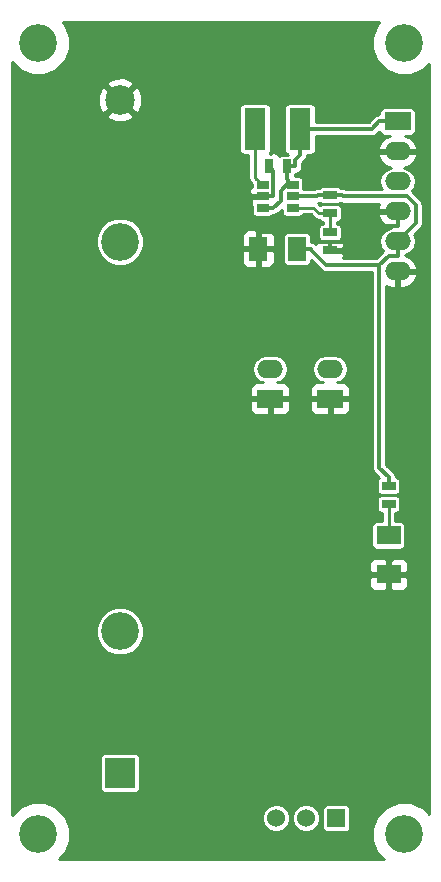
<source format=gtl>
G04 (created by PCBNEW (2013-mar-13)-testing) date Mon 10 Mar 2014 10:58:13 AM CET*
%MOIN*%
G04 Gerber Fmt 3.4, Leading zero omitted, Abs format*
%FSLAX34Y34*%
G01*
G70*
G90*
G04 APERTURE LIST*
%ADD10C,0.005906*%
%ADD11R,0.098425X0.098425*%
%ADD12C,0.098425*%
%ADD13C,0.125984*%
%ADD14R,0.025000X0.045000*%
%ADD15R,0.060000X0.080000*%
%ADD16R,0.070000X0.140000*%
%ADD17R,0.086600X0.060000*%
%ADD18O,0.086600X0.060000*%
%ADD19R,0.045000X0.025000*%
%ADD20R,0.039400X0.027600*%
%ADD21R,0.060000X0.060000*%
%ADD22C,0.060000*%
%ADD23R,0.080000X0.060000*%
%ADD24C,0.126000*%
%ADD25C,0.013780*%
%ADD26C,0.010000*%
G04 APERTURE END LIST*
G54D10*
G54D11*
X45250Y-53470D03*
G54D12*
X45250Y-31029D03*
G54D13*
X45250Y-48746D03*
X45250Y-35753D03*
G54D14*
X50800Y-33250D03*
X50200Y-33250D03*
G54D15*
X51150Y-36000D03*
X49850Y-36000D03*
G54D16*
X49750Y-32000D03*
X51250Y-32000D03*
G54D17*
X50250Y-41000D03*
G54D18*
X50250Y-40000D03*
G54D17*
X52250Y-41000D03*
G54D18*
X52250Y-40000D03*
G54D17*
X54500Y-31750D03*
G54D18*
X54500Y-32750D03*
X54500Y-33750D03*
X54500Y-34750D03*
X54500Y-35750D03*
X54500Y-36750D03*
G54D19*
X52250Y-34200D03*
X52250Y-34800D03*
X52250Y-35450D03*
X52250Y-36050D03*
G54D20*
X51000Y-33875D03*
X51000Y-34250D03*
X51000Y-34625D03*
X50000Y-34625D03*
X50000Y-34250D03*
X50000Y-33875D03*
G54D21*
X52462Y-54980D03*
G54D22*
X51462Y-54980D03*
X50462Y-54980D03*
G54D23*
X54200Y-45550D03*
X54200Y-46850D03*
G54D19*
X54200Y-43900D03*
X54200Y-44500D03*
G54D24*
X54724Y-29133D03*
X42519Y-29133D03*
X54724Y-55511D03*
X42519Y-55511D03*
G54D25*
X54200Y-43900D02*
X54200Y-43605D01*
X54500Y-35750D02*
X54500Y-36219D01*
X53891Y-43297D02*
X53891Y-36540D01*
X54200Y-43605D02*
X53891Y-43297D01*
X54213Y-36219D02*
X54500Y-36219D01*
X53891Y-36540D02*
X54213Y-36219D01*
X51619Y-36029D02*
X51619Y-36000D01*
X52130Y-36540D02*
X51619Y-36029D01*
X53891Y-36540D02*
X52130Y-36540D01*
X55102Y-35147D02*
X54500Y-35750D01*
X55102Y-34547D02*
X55102Y-35147D01*
X54804Y-34250D02*
X55102Y-34547D01*
X52694Y-34250D02*
X54804Y-34250D01*
X52644Y-34200D02*
X52694Y-34250D01*
X52250Y-34200D02*
X52644Y-34200D01*
X51150Y-36000D02*
X51619Y-36000D01*
X51805Y-34250D02*
X51855Y-34200D01*
X51000Y-34250D02*
X51805Y-34250D01*
X52250Y-34200D02*
X51855Y-34200D01*
X50800Y-33250D02*
X50800Y-33644D01*
X54500Y-31750D02*
X53897Y-31750D01*
X50000Y-34625D02*
X50366Y-34625D01*
X50603Y-34065D02*
X50897Y-33772D01*
X50603Y-34387D02*
X50603Y-34065D01*
X50366Y-34625D02*
X50603Y-34387D01*
X51000Y-33875D02*
X50897Y-33772D01*
X50800Y-33675D02*
X50800Y-33644D01*
X50897Y-33772D02*
X50800Y-33675D01*
X53647Y-32000D02*
X51250Y-32000D01*
X53897Y-31750D02*
X53647Y-32000D01*
X51094Y-33025D02*
X51094Y-33250D01*
X51250Y-32869D02*
X51094Y-33025D01*
X51250Y-32000D02*
X51250Y-32869D01*
X50800Y-33250D02*
X51094Y-33250D01*
X54030Y-35219D02*
X54500Y-35219D01*
X53494Y-35755D02*
X54030Y-35219D01*
X52250Y-35755D02*
X53494Y-35755D01*
X54500Y-34750D02*
X54500Y-35219D01*
X49633Y-35214D02*
X49633Y-34250D01*
X49850Y-35430D02*
X49633Y-35214D01*
X54317Y-46380D02*
X54200Y-46380D01*
X54769Y-45929D02*
X54317Y-46380D01*
X54769Y-37488D02*
X54769Y-45929D01*
X54500Y-37219D02*
X54769Y-37488D01*
X54500Y-36750D02*
X54500Y-37219D01*
X54200Y-46850D02*
X54200Y-46380D01*
X49876Y-34250D02*
X49633Y-34250D01*
X49876Y-34250D02*
X50000Y-34250D01*
X50366Y-33416D02*
X50200Y-33250D01*
X50366Y-34250D02*
X50366Y-33416D01*
X50000Y-34250D02*
X50366Y-34250D01*
X49850Y-36000D02*
X49850Y-35490D01*
X49850Y-35490D02*
X49850Y-35430D01*
X51856Y-35758D02*
X52250Y-35758D01*
X51529Y-35430D02*
X51856Y-35758D01*
X49850Y-35430D02*
X51529Y-35430D01*
X52250Y-36050D02*
X52250Y-35758D01*
X52250Y-35758D02*
X52250Y-35755D01*
G54D26*
X49750Y-33625D02*
X49750Y-32000D01*
X50000Y-33875D02*
X49750Y-33625D01*
X52250Y-35450D02*
X52250Y-34800D01*
X51699Y-34625D02*
X51874Y-34800D01*
X51000Y-34625D02*
X51699Y-34625D01*
X52250Y-34800D02*
X51874Y-34800D01*
X54200Y-44500D02*
X54200Y-45550D01*
G54D10*
G36*
X50257Y-33300D02*
X50250Y-33300D01*
X50250Y-33307D01*
X50150Y-33307D01*
X50150Y-33300D01*
X50142Y-33300D01*
X50142Y-33200D01*
X50150Y-33200D01*
X50150Y-33192D01*
X50250Y-33192D01*
X50250Y-33200D01*
X50257Y-33200D01*
X50257Y-33300D01*
X50257Y-33300D01*
G37*
G54D26*
X50257Y-33300D02*
X50250Y-33300D01*
X50250Y-33307D01*
X50150Y-33307D01*
X50150Y-33300D01*
X50142Y-33300D01*
X50142Y-33200D01*
X50150Y-33200D01*
X50150Y-33192D01*
X50250Y-33192D01*
X50250Y-33200D01*
X50257Y-33200D01*
X50257Y-33300D01*
G54D10*
G36*
X54557Y-34800D02*
X54550Y-34800D01*
X54550Y-34807D01*
X54450Y-34807D01*
X54450Y-34800D01*
X53882Y-34800D01*
X53833Y-34885D01*
X53839Y-34914D01*
X53942Y-35103D01*
X54110Y-35238D01*
X54295Y-35293D01*
X54176Y-35317D01*
X54024Y-35418D01*
X53922Y-35570D01*
X53887Y-35750D01*
X53922Y-35929D01*
X54021Y-36076D01*
X53793Y-36303D01*
X52692Y-36303D01*
X52725Y-36224D01*
X52725Y-36162D01*
X52662Y-36100D01*
X52300Y-36100D01*
X52300Y-36107D01*
X52200Y-36107D01*
X52200Y-36100D01*
X52192Y-36100D01*
X52192Y-36000D01*
X52200Y-36000D01*
X52200Y-35992D01*
X52300Y-35992D01*
X52300Y-36000D01*
X52662Y-36000D01*
X52725Y-35937D01*
X52725Y-35875D01*
X52686Y-35783D01*
X52616Y-35713D01*
X52586Y-35700D01*
X52617Y-35670D01*
X52643Y-35608D01*
X52643Y-35541D01*
X52643Y-35291D01*
X52617Y-35229D01*
X52570Y-35182D01*
X52508Y-35156D01*
X52468Y-35156D01*
X52468Y-35093D01*
X52508Y-35093D01*
X52570Y-35067D01*
X52617Y-35020D01*
X52643Y-34958D01*
X52643Y-34891D01*
X52643Y-34641D01*
X52617Y-34579D01*
X52570Y-34532D01*
X52508Y-34506D01*
X52441Y-34506D01*
X51991Y-34506D01*
X51929Y-34532D01*
X51922Y-34539D01*
X51859Y-34476D01*
X51896Y-34468D01*
X51917Y-34455D01*
X51929Y-34467D01*
X51991Y-34493D01*
X52058Y-34493D01*
X52508Y-34493D01*
X52570Y-34467D01*
X52582Y-34455D01*
X52603Y-34468D01*
X52694Y-34487D01*
X53893Y-34487D01*
X53839Y-34585D01*
X53833Y-34614D01*
X53882Y-34700D01*
X54450Y-34700D01*
X54450Y-34692D01*
X54550Y-34692D01*
X54550Y-34700D01*
X54557Y-34700D01*
X54557Y-34800D01*
X54557Y-34800D01*
G37*
G54D26*
X54557Y-34800D02*
X54550Y-34800D01*
X54550Y-34807D01*
X54450Y-34807D01*
X54450Y-34800D01*
X53882Y-34800D01*
X53833Y-34885D01*
X53839Y-34914D01*
X53942Y-35103D01*
X54110Y-35238D01*
X54295Y-35293D01*
X54176Y-35317D01*
X54024Y-35418D01*
X53922Y-35570D01*
X53887Y-35750D01*
X53922Y-35929D01*
X54021Y-36076D01*
X53793Y-36303D01*
X52692Y-36303D01*
X52725Y-36224D01*
X52725Y-36162D01*
X52662Y-36100D01*
X52300Y-36100D01*
X52300Y-36107D01*
X52200Y-36107D01*
X52200Y-36100D01*
X52192Y-36100D01*
X52192Y-36000D01*
X52200Y-36000D01*
X52200Y-35992D01*
X52300Y-35992D01*
X52300Y-36000D01*
X52662Y-36000D01*
X52725Y-35937D01*
X52725Y-35875D01*
X52686Y-35783D01*
X52616Y-35713D01*
X52586Y-35700D01*
X52617Y-35670D01*
X52643Y-35608D01*
X52643Y-35541D01*
X52643Y-35291D01*
X52617Y-35229D01*
X52570Y-35182D01*
X52508Y-35156D01*
X52468Y-35156D01*
X52468Y-35093D01*
X52508Y-35093D01*
X52570Y-35067D01*
X52617Y-35020D01*
X52643Y-34958D01*
X52643Y-34891D01*
X52643Y-34641D01*
X52617Y-34579D01*
X52570Y-34532D01*
X52508Y-34506D01*
X52441Y-34506D01*
X51991Y-34506D01*
X51929Y-34532D01*
X51922Y-34539D01*
X51859Y-34476D01*
X51896Y-34468D01*
X51917Y-34455D01*
X51929Y-34467D01*
X51991Y-34493D01*
X52058Y-34493D01*
X52508Y-34493D01*
X52570Y-34467D01*
X52582Y-34455D01*
X52603Y-34468D01*
X52694Y-34487D01*
X53893Y-34487D01*
X53839Y-34585D01*
X53833Y-34614D01*
X53882Y-34700D01*
X54450Y-34700D01*
X54450Y-34692D01*
X54550Y-34692D01*
X54550Y-34700D01*
X54557Y-34700D01*
X54557Y-34800D01*
G54D10*
G36*
X55550Y-54818D02*
X55339Y-54607D01*
X55339Y-35147D01*
X55339Y-34547D01*
X55324Y-34472D01*
X55321Y-34457D01*
X55321Y-34457D01*
X55269Y-34380D01*
X55269Y-34380D01*
X54972Y-34083D01*
X54975Y-34081D01*
X55077Y-33929D01*
X55112Y-33750D01*
X55077Y-33570D01*
X54975Y-33418D01*
X54823Y-33317D01*
X54704Y-33293D01*
X54889Y-33238D01*
X55057Y-33103D01*
X55160Y-32914D01*
X55166Y-32885D01*
X55117Y-32800D01*
X54550Y-32800D01*
X54550Y-32807D01*
X54450Y-32807D01*
X54450Y-32800D01*
X53882Y-32800D01*
X53833Y-32885D01*
X53839Y-32914D01*
X53942Y-33103D01*
X54110Y-33238D01*
X54295Y-33293D01*
X54176Y-33317D01*
X54024Y-33418D01*
X53922Y-33570D01*
X53887Y-33750D01*
X53922Y-33929D01*
X53978Y-34012D01*
X52782Y-34012D01*
X52734Y-33981D01*
X52644Y-33962D01*
X52600Y-33962D01*
X52570Y-33932D01*
X52508Y-33906D01*
X52441Y-33906D01*
X51991Y-33906D01*
X51929Y-33932D01*
X51899Y-33962D01*
X51855Y-33962D01*
X51765Y-33981D01*
X51717Y-34012D01*
X51365Y-34012D01*
X51365Y-33979D01*
X51365Y-33703D01*
X51339Y-33641D01*
X51292Y-33594D01*
X51230Y-33568D01*
X51163Y-33568D01*
X51068Y-33568D01*
X51093Y-33508D01*
X51093Y-33487D01*
X51094Y-33487D01*
X51184Y-33468D01*
X51261Y-33417D01*
X51312Y-33340D01*
X51331Y-33250D01*
X51331Y-33123D01*
X51417Y-33036D01*
X51417Y-33036D01*
X51468Y-32959D01*
X51468Y-32959D01*
X51471Y-32944D01*
X51487Y-32869D01*
X51487Y-32869D01*
X51487Y-32868D01*
X51633Y-32868D01*
X51695Y-32842D01*
X51742Y-32795D01*
X51768Y-32733D01*
X51768Y-32666D01*
X51768Y-32237D01*
X53647Y-32237D01*
X53738Y-32218D01*
X53815Y-32167D01*
X53899Y-32084D01*
X53924Y-32145D01*
X53971Y-32192D01*
X54033Y-32218D01*
X54100Y-32218D01*
X54255Y-32218D01*
X54110Y-32261D01*
X53942Y-32396D01*
X53839Y-32585D01*
X53833Y-32614D01*
X53882Y-32700D01*
X54450Y-32700D01*
X54450Y-32692D01*
X54550Y-32692D01*
X54550Y-32700D01*
X55117Y-32700D01*
X55166Y-32614D01*
X55160Y-32585D01*
X55057Y-32396D01*
X54889Y-32261D01*
X54744Y-32218D01*
X54966Y-32218D01*
X55028Y-32192D01*
X55075Y-32145D01*
X55101Y-32083D01*
X55101Y-32016D01*
X55101Y-31416D01*
X55075Y-31354D01*
X55028Y-31307D01*
X54966Y-31281D01*
X54899Y-31281D01*
X54033Y-31281D01*
X53971Y-31307D01*
X53924Y-31354D01*
X53898Y-31416D01*
X53898Y-31483D01*
X53898Y-31512D01*
X53897Y-31512D01*
X53807Y-31531D01*
X53730Y-31582D01*
X53549Y-31762D01*
X51768Y-31762D01*
X51768Y-31266D01*
X51742Y-31204D01*
X51695Y-31157D01*
X51633Y-31131D01*
X51566Y-31131D01*
X50866Y-31131D01*
X50804Y-31157D01*
X50757Y-31204D01*
X50731Y-31266D01*
X50731Y-31333D01*
X50731Y-32733D01*
X50757Y-32795D01*
X50804Y-32842D01*
X50839Y-32856D01*
X50641Y-32856D01*
X50579Y-32882D01*
X50549Y-32913D01*
X50536Y-32883D01*
X50466Y-32813D01*
X50374Y-32775D01*
X50312Y-32775D01*
X50250Y-32837D01*
X50250Y-32777D01*
X50268Y-32733D01*
X50268Y-32666D01*
X50268Y-31266D01*
X50242Y-31204D01*
X50195Y-31157D01*
X50133Y-31131D01*
X50066Y-31131D01*
X49366Y-31131D01*
X49304Y-31157D01*
X49257Y-31204D01*
X49231Y-31266D01*
X49231Y-31333D01*
X49231Y-32733D01*
X49257Y-32795D01*
X49304Y-32842D01*
X49366Y-32868D01*
X49433Y-32868D01*
X49531Y-32868D01*
X49531Y-33625D01*
X49548Y-33708D01*
X49595Y-33779D01*
X49634Y-33818D01*
X49634Y-33926D01*
X49591Y-33970D01*
X49553Y-34062D01*
X49553Y-34137D01*
X49615Y-34200D01*
X49950Y-34200D01*
X49950Y-34192D01*
X50050Y-34192D01*
X50050Y-34200D01*
X50057Y-34200D01*
X50057Y-34300D01*
X50050Y-34300D01*
X50050Y-34307D01*
X49950Y-34307D01*
X49950Y-34300D01*
X49615Y-34300D01*
X49553Y-34362D01*
X49553Y-34437D01*
X49591Y-34529D01*
X49634Y-34573D01*
X49634Y-34796D01*
X49660Y-34858D01*
X49707Y-34905D01*
X49769Y-34931D01*
X49836Y-34931D01*
X50230Y-34931D01*
X50292Y-34905D01*
X50335Y-34862D01*
X50366Y-34862D01*
X50456Y-34843D01*
X50533Y-34792D01*
X50634Y-34691D01*
X50634Y-34796D01*
X50660Y-34858D01*
X50707Y-34905D01*
X50769Y-34931D01*
X50836Y-34931D01*
X51230Y-34931D01*
X51292Y-34905D01*
X51339Y-34858D01*
X51345Y-34843D01*
X51609Y-34843D01*
X51720Y-34954D01*
X51791Y-35001D01*
X51791Y-35001D01*
X51874Y-35018D01*
X51881Y-35018D01*
X51882Y-35020D01*
X51929Y-35067D01*
X51991Y-35093D01*
X52031Y-35093D01*
X52031Y-35156D01*
X51991Y-35156D01*
X51929Y-35182D01*
X51882Y-35229D01*
X51856Y-35291D01*
X51856Y-35358D01*
X51856Y-35608D01*
X51882Y-35670D01*
X51913Y-35700D01*
X51883Y-35713D01*
X51813Y-35783D01*
X51790Y-35838D01*
X51786Y-35832D01*
X51709Y-35781D01*
X51619Y-35762D01*
X51618Y-35762D01*
X51618Y-35566D01*
X51592Y-35504D01*
X51545Y-35457D01*
X51483Y-35431D01*
X51416Y-35431D01*
X50816Y-35431D01*
X50754Y-35457D01*
X50707Y-35504D01*
X50681Y-35566D01*
X50681Y-35633D01*
X50681Y-36433D01*
X50707Y-36495D01*
X50754Y-36542D01*
X50816Y-36568D01*
X50883Y-36568D01*
X51483Y-36568D01*
X51545Y-36542D01*
X51592Y-36495D01*
X51618Y-36433D01*
X51618Y-36366D01*
X51618Y-36363D01*
X51962Y-36708D01*
X52039Y-36759D01*
X52130Y-36777D01*
X53654Y-36777D01*
X53654Y-43297D01*
X53672Y-43388D01*
X53724Y-43465D01*
X53887Y-43629D01*
X53879Y-43632D01*
X53832Y-43679D01*
X53806Y-43741D01*
X53806Y-43808D01*
X53806Y-44058D01*
X53832Y-44120D01*
X53879Y-44167D01*
X53941Y-44193D01*
X54008Y-44193D01*
X54458Y-44193D01*
X54520Y-44167D01*
X54567Y-44120D01*
X54593Y-44058D01*
X54593Y-43991D01*
X54593Y-43741D01*
X54567Y-43679D01*
X54520Y-43632D01*
X54458Y-43606D01*
X54437Y-43606D01*
X54437Y-43605D01*
X54418Y-43515D01*
X54367Y-43438D01*
X54128Y-43199D01*
X54128Y-37244D01*
X54317Y-37300D01*
X54450Y-37300D01*
X54450Y-36800D01*
X54442Y-36800D01*
X54442Y-36700D01*
X54450Y-36700D01*
X54450Y-36692D01*
X54550Y-36692D01*
X54550Y-36700D01*
X55117Y-36700D01*
X55166Y-36614D01*
X55160Y-36585D01*
X55057Y-36396D01*
X54889Y-36261D01*
X54737Y-36215D01*
X54737Y-36199D01*
X54823Y-36182D01*
X54975Y-36081D01*
X55077Y-35929D01*
X55112Y-35750D01*
X55077Y-35570D01*
X55052Y-35533D01*
X55269Y-35315D01*
X55321Y-35238D01*
X55339Y-35147D01*
X55339Y-54607D01*
X55333Y-54601D01*
X55166Y-54532D01*
X55166Y-36885D01*
X55117Y-36800D01*
X54550Y-36800D01*
X54550Y-37300D01*
X54683Y-37300D01*
X54889Y-37238D01*
X55057Y-37103D01*
X55160Y-36914D01*
X55166Y-36885D01*
X55166Y-54532D01*
X54938Y-54437D01*
X54850Y-54437D01*
X54850Y-47199D01*
X54850Y-46962D01*
X54850Y-46737D01*
X54850Y-46500D01*
X54811Y-46408D01*
X54768Y-46364D01*
X54768Y-45883D01*
X54768Y-45816D01*
X54768Y-45216D01*
X54742Y-45154D01*
X54695Y-45107D01*
X54633Y-45081D01*
X54566Y-45081D01*
X54418Y-45081D01*
X54418Y-44793D01*
X54458Y-44793D01*
X54520Y-44767D01*
X54567Y-44720D01*
X54593Y-44658D01*
X54593Y-44591D01*
X54593Y-44341D01*
X54567Y-44279D01*
X54520Y-44232D01*
X54458Y-44206D01*
X54391Y-44206D01*
X53941Y-44206D01*
X53879Y-44232D01*
X53832Y-44279D01*
X53806Y-44341D01*
X53806Y-44408D01*
X53806Y-44658D01*
X53832Y-44720D01*
X53879Y-44767D01*
X53941Y-44793D01*
X53981Y-44793D01*
X53981Y-45081D01*
X53766Y-45081D01*
X53704Y-45107D01*
X53657Y-45154D01*
X53631Y-45216D01*
X53631Y-45283D01*
X53631Y-45883D01*
X53657Y-45945D01*
X53704Y-45992D01*
X53766Y-46018D01*
X53833Y-46018D01*
X54633Y-46018D01*
X54695Y-45992D01*
X54742Y-45945D01*
X54768Y-45883D01*
X54768Y-46364D01*
X54741Y-46338D01*
X54649Y-46300D01*
X54550Y-46300D01*
X54312Y-46300D01*
X54250Y-46362D01*
X54250Y-46800D01*
X54787Y-46800D01*
X54850Y-46737D01*
X54850Y-46962D01*
X54787Y-46900D01*
X54250Y-46900D01*
X54250Y-47337D01*
X54312Y-47400D01*
X54550Y-47400D01*
X54649Y-47400D01*
X54741Y-47361D01*
X54811Y-47291D01*
X54850Y-47199D01*
X54850Y-54437D01*
X54511Y-54437D01*
X54150Y-54587D01*
X54150Y-47337D01*
X54150Y-46900D01*
X54150Y-46800D01*
X54150Y-46362D01*
X54087Y-46300D01*
X53849Y-46300D01*
X53750Y-46300D01*
X53658Y-46338D01*
X53588Y-46408D01*
X53550Y-46500D01*
X53550Y-46737D01*
X53612Y-46800D01*
X54150Y-46800D01*
X54150Y-46900D01*
X53612Y-46900D01*
X53550Y-46962D01*
X53550Y-47199D01*
X53588Y-47291D01*
X53658Y-47361D01*
X53750Y-47400D01*
X53849Y-47400D01*
X54087Y-47400D01*
X54150Y-47337D01*
X54150Y-54587D01*
X54116Y-54600D01*
X53814Y-54902D01*
X53650Y-55297D01*
X53650Y-55724D01*
X53813Y-56119D01*
X54043Y-56350D01*
X52933Y-56350D01*
X52933Y-41349D01*
X52933Y-41112D01*
X52933Y-40887D01*
X52933Y-40650D01*
X52894Y-40558D01*
X52824Y-40488D01*
X52732Y-40450D01*
X52633Y-40450D01*
X52485Y-40450D01*
X52573Y-40432D01*
X52725Y-40331D01*
X52827Y-40179D01*
X52862Y-40000D01*
X52827Y-39820D01*
X52725Y-39668D01*
X52573Y-39567D01*
X52394Y-39531D01*
X52105Y-39531D01*
X51926Y-39567D01*
X51774Y-39668D01*
X51672Y-39820D01*
X51637Y-40000D01*
X51672Y-40179D01*
X51774Y-40331D01*
X51926Y-40432D01*
X52014Y-40450D01*
X51866Y-40450D01*
X51767Y-40450D01*
X51675Y-40488D01*
X51605Y-40558D01*
X51567Y-40650D01*
X51567Y-40887D01*
X51629Y-40950D01*
X52200Y-40950D01*
X52200Y-40942D01*
X52300Y-40942D01*
X52300Y-40950D01*
X52870Y-40950D01*
X52933Y-40887D01*
X52933Y-41112D01*
X52870Y-41050D01*
X52300Y-41050D01*
X52300Y-41487D01*
X52362Y-41550D01*
X52633Y-41550D01*
X52732Y-41550D01*
X52824Y-41511D01*
X52894Y-41441D01*
X52933Y-41349D01*
X52933Y-56350D01*
X52930Y-56350D01*
X52930Y-55313D01*
X52930Y-55246D01*
X52930Y-54646D01*
X52905Y-54585D01*
X52857Y-54537D01*
X52796Y-54512D01*
X52729Y-54512D01*
X52200Y-54512D01*
X52200Y-41487D01*
X52200Y-41050D01*
X51629Y-41050D01*
X51567Y-41112D01*
X51567Y-41349D01*
X51605Y-41441D01*
X51675Y-41511D01*
X51767Y-41550D01*
X51866Y-41550D01*
X52137Y-41550D01*
X52200Y-41487D01*
X52200Y-54512D01*
X52129Y-54512D01*
X52067Y-54537D01*
X52020Y-54585D01*
X51994Y-54646D01*
X51994Y-54713D01*
X51994Y-55313D01*
X52020Y-55375D01*
X52067Y-55422D01*
X52129Y-55448D01*
X52196Y-55448D01*
X52796Y-55448D01*
X52857Y-55422D01*
X52905Y-55375D01*
X52930Y-55313D01*
X52930Y-56350D01*
X51930Y-56350D01*
X51930Y-54887D01*
X51859Y-54715D01*
X51728Y-54583D01*
X51556Y-54512D01*
X51369Y-54512D01*
X51197Y-54583D01*
X51065Y-54714D01*
X50994Y-54886D01*
X50994Y-55073D01*
X51065Y-55245D01*
X51197Y-55376D01*
X51369Y-55448D01*
X51555Y-55448D01*
X51727Y-55377D01*
X51859Y-55245D01*
X51930Y-55073D01*
X51930Y-54887D01*
X51930Y-56350D01*
X50933Y-56350D01*
X50933Y-41349D01*
X50933Y-41112D01*
X50933Y-40887D01*
X50933Y-40650D01*
X50894Y-40558D01*
X50824Y-40488D01*
X50732Y-40450D01*
X50633Y-40450D01*
X50485Y-40450D01*
X50573Y-40432D01*
X50725Y-40331D01*
X50827Y-40179D01*
X50862Y-40000D01*
X50827Y-39820D01*
X50725Y-39668D01*
X50573Y-39567D01*
X50400Y-39532D01*
X50400Y-36449D01*
X50400Y-36350D01*
X50400Y-36112D01*
X50400Y-35887D01*
X50400Y-35649D01*
X50400Y-35550D01*
X50361Y-35458D01*
X50291Y-35388D01*
X50199Y-35350D01*
X49962Y-35350D01*
X49900Y-35412D01*
X49900Y-35950D01*
X50337Y-35950D01*
X50400Y-35887D01*
X50400Y-36112D01*
X50337Y-36050D01*
X49900Y-36050D01*
X49900Y-36587D01*
X49962Y-36650D01*
X50199Y-36650D01*
X50291Y-36611D01*
X50361Y-36541D01*
X50400Y-36449D01*
X50400Y-39532D01*
X50394Y-39531D01*
X50105Y-39531D01*
X49926Y-39567D01*
X49800Y-39651D01*
X49800Y-36587D01*
X49800Y-36050D01*
X49800Y-35950D01*
X49800Y-35412D01*
X49737Y-35350D01*
X49500Y-35350D01*
X49408Y-35388D01*
X49338Y-35458D01*
X49300Y-35550D01*
X49300Y-35649D01*
X49300Y-35887D01*
X49362Y-35950D01*
X49800Y-35950D01*
X49800Y-36050D01*
X49362Y-36050D01*
X49300Y-36112D01*
X49300Y-36350D01*
X49300Y-36449D01*
X49338Y-36541D01*
X49408Y-36611D01*
X49500Y-36650D01*
X49737Y-36650D01*
X49800Y-36587D01*
X49800Y-39651D01*
X49774Y-39668D01*
X49672Y-39820D01*
X49637Y-40000D01*
X49672Y-40179D01*
X49774Y-40331D01*
X49926Y-40432D01*
X50014Y-40450D01*
X49866Y-40450D01*
X49767Y-40450D01*
X49675Y-40488D01*
X49605Y-40558D01*
X49567Y-40650D01*
X49567Y-40887D01*
X49629Y-40950D01*
X50200Y-40950D01*
X50200Y-40942D01*
X50300Y-40942D01*
X50300Y-40950D01*
X50870Y-40950D01*
X50933Y-40887D01*
X50933Y-41112D01*
X50870Y-41050D01*
X50300Y-41050D01*
X50300Y-41487D01*
X50362Y-41550D01*
X50633Y-41550D01*
X50732Y-41550D01*
X50824Y-41511D01*
X50894Y-41441D01*
X50933Y-41349D01*
X50933Y-56350D01*
X50930Y-56350D01*
X50930Y-54887D01*
X50859Y-54715D01*
X50728Y-54583D01*
X50556Y-54512D01*
X50369Y-54512D01*
X50200Y-54582D01*
X50200Y-41487D01*
X50200Y-41050D01*
X49629Y-41050D01*
X49567Y-41112D01*
X49567Y-41349D01*
X49605Y-41441D01*
X49675Y-41511D01*
X49767Y-41550D01*
X49866Y-41550D01*
X50137Y-41550D01*
X50200Y-41487D01*
X50200Y-54582D01*
X50197Y-54583D01*
X50065Y-54714D01*
X49994Y-54886D01*
X49994Y-55073D01*
X50065Y-55245D01*
X50197Y-55376D01*
X50369Y-55448D01*
X50555Y-55448D01*
X50727Y-55377D01*
X50859Y-55245D01*
X50930Y-55073D01*
X50930Y-54887D01*
X50930Y-56350D01*
X46048Y-56350D01*
X46048Y-48588D01*
X46048Y-35595D01*
X45995Y-35469D01*
X45995Y-31157D01*
X45987Y-30862D01*
X45890Y-30626D01*
X45774Y-30575D01*
X45704Y-30646D01*
X45704Y-30504D01*
X45653Y-30389D01*
X45377Y-30283D01*
X45082Y-30291D01*
X44846Y-30389D01*
X44795Y-30504D01*
X45250Y-30958D01*
X45704Y-30504D01*
X45704Y-30646D01*
X45320Y-31029D01*
X45774Y-31483D01*
X45890Y-31432D01*
X45995Y-31157D01*
X45995Y-35469D01*
X45926Y-35302D01*
X45704Y-35079D01*
X45704Y-31554D01*
X45250Y-31100D01*
X45179Y-31170D01*
X45179Y-31029D01*
X44725Y-30575D01*
X44609Y-30626D01*
X44504Y-30901D01*
X44512Y-31197D01*
X44609Y-31432D01*
X44725Y-31483D01*
X45179Y-31029D01*
X45179Y-31170D01*
X44795Y-31554D01*
X44846Y-31669D01*
X45122Y-31775D01*
X45417Y-31767D01*
X45653Y-31669D01*
X45704Y-31554D01*
X45704Y-35079D01*
X45702Y-35077D01*
X45409Y-34956D01*
X45091Y-34955D01*
X44798Y-35077D01*
X44573Y-35301D01*
X44452Y-35594D01*
X44451Y-35911D01*
X44573Y-36205D01*
X44797Y-36430D01*
X45090Y-36551D01*
X45408Y-36552D01*
X45701Y-36430D01*
X45926Y-36206D01*
X46047Y-35913D01*
X46048Y-35595D01*
X46048Y-48588D01*
X45926Y-48294D01*
X45702Y-48069D01*
X45409Y-47948D01*
X45091Y-47947D01*
X44798Y-48069D01*
X44573Y-48293D01*
X44452Y-48586D01*
X44451Y-48904D01*
X44573Y-49197D01*
X44797Y-49422D01*
X45090Y-49543D01*
X45408Y-49544D01*
X45701Y-49422D01*
X45926Y-49198D01*
X46047Y-48905D01*
X46048Y-48588D01*
X46048Y-56350D01*
X45910Y-56350D01*
X45910Y-53996D01*
X45910Y-53929D01*
X45910Y-52944D01*
X45884Y-52883D01*
X45837Y-52835D01*
X45775Y-52810D01*
X45708Y-52810D01*
X44724Y-52810D01*
X44662Y-52835D01*
X44615Y-52883D01*
X44589Y-52944D01*
X44589Y-53011D01*
X44589Y-53996D01*
X44615Y-54057D01*
X44662Y-54105D01*
X44724Y-54130D01*
X44791Y-54130D01*
X45775Y-54130D01*
X45837Y-54105D01*
X45884Y-54057D01*
X45910Y-53996D01*
X45910Y-56350D01*
X43200Y-56350D01*
X43429Y-56120D01*
X43593Y-55726D01*
X43593Y-55299D01*
X43430Y-54904D01*
X43128Y-54601D01*
X42734Y-54437D01*
X42306Y-54437D01*
X41912Y-54600D01*
X41650Y-54862D01*
X41650Y-29782D01*
X41910Y-30043D01*
X42305Y-30207D01*
X42732Y-30208D01*
X43127Y-30044D01*
X43429Y-29743D01*
X43593Y-29348D01*
X43593Y-28921D01*
X43430Y-28526D01*
X43354Y-28450D01*
X53889Y-28450D01*
X53814Y-28524D01*
X53650Y-28919D01*
X53650Y-29346D01*
X53813Y-29741D01*
X54115Y-30043D01*
X54509Y-30207D01*
X54937Y-30208D01*
X55331Y-30044D01*
X55550Y-29827D01*
X55550Y-54818D01*
X55550Y-54818D01*
G37*
G54D26*
X55550Y-54818D02*
X55339Y-54607D01*
X55339Y-35147D01*
X55339Y-34547D01*
X55324Y-34472D01*
X55321Y-34457D01*
X55321Y-34457D01*
X55269Y-34380D01*
X55269Y-34380D01*
X54972Y-34083D01*
X54975Y-34081D01*
X55077Y-33929D01*
X55112Y-33750D01*
X55077Y-33570D01*
X54975Y-33418D01*
X54823Y-33317D01*
X54704Y-33293D01*
X54889Y-33238D01*
X55057Y-33103D01*
X55160Y-32914D01*
X55166Y-32885D01*
X55117Y-32800D01*
X54550Y-32800D01*
X54550Y-32807D01*
X54450Y-32807D01*
X54450Y-32800D01*
X53882Y-32800D01*
X53833Y-32885D01*
X53839Y-32914D01*
X53942Y-33103D01*
X54110Y-33238D01*
X54295Y-33293D01*
X54176Y-33317D01*
X54024Y-33418D01*
X53922Y-33570D01*
X53887Y-33750D01*
X53922Y-33929D01*
X53978Y-34012D01*
X52782Y-34012D01*
X52734Y-33981D01*
X52644Y-33962D01*
X52600Y-33962D01*
X52570Y-33932D01*
X52508Y-33906D01*
X52441Y-33906D01*
X51991Y-33906D01*
X51929Y-33932D01*
X51899Y-33962D01*
X51855Y-33962D01*
X51765Y-33981D01*
X51717Y-34012D01*
X51365Y-34012D01*
X51365Y-33979D01*
X51365Y-33703D01*
X51339Y-33641D01*
X51292Y-33594D01*
X51230Y-33568D01*
X51163Y-33568D01*
X51068Y-33568D01*
X51093Y-33508D01*
X51093Y-33487D01*
X51094Y-33487D01*
X51184Y-33468D01*
X51261Y-33417D01*
X51312Y-33340D01*
X51331Y-33250D01*
X51331Y-33123D01*
X51417Y-33036D01*
X51417Y-33036D01*
X51468Y-32959D01*
X51468Y-32959D01*
X51471Y-32944D01*
X51487Y-32869D01*
X51487Y-32869D01*
X51487Y-32868D01*
X51633Y-32868D01*
X51695Y-32842D01*
X51742Y-32795D01*
X51768Y-32733D01*
X51768Y-32666D01*
X51768Y-32237D01*
X53647Y-32237D01*
X53738Y-32218D01*
X53815Y-32167D01*
X53899Y-32084D01*
X53924Y-32145D01*
X53971Y-32192D01*
X54033Y-32218D01*
X54100Y-32218D01*
X54255Y-32218D01*
X54110Y-32261D01*
X53942Y-32396D01*
X53839Y-32585D01*
X53833Y-32614D01*
X53882Y-32700D01*
X54450Y-32700D01*
X54450Y-32692D01*
X54550Y-32692D01*
X54550Y-32700D01*
X55117Y-32700D01*
X55166Y-32614D01*
X55160Y-32585D01*
X55057Y-32396D01*
X54889Y-32261D01*
X54744Y-32218D01*
X54966Y-32218D01*
X55028Y-32192D01*
X55075Y-32145D01*
X55101Y-32083D01*
X55101Y-32016D01*
X55101Y-31416D01*
X55075Y-31354D01*
X55028Y-31307D01*
X54966Y-31281D01*
X54899Y-31281D01*
X54033Y-31281D01*
X53971Y-31307D01*
X53924Y-31354D01*
X53898Y-31416D01*
X53898Y-31483D01*
X53898Y-31512D01*
X53897Y-31512D01*
X53807Y-31531D01*
X53730Y-31582D01*
X53549Y-31762D01*
X51768Y-31762D01*
X51768Y-31266D01*
X51742Y-31204D01*
X51695Y-31157D01*
X51633Y-31131D01*
X51566Y-31131D01*
X50866Y-31131D01*
X50804Y-31157D01*
X50757Y-31204D01*
X50731Y-31266D01*
X50731Y-31333D01*
X50731Y-32733D01*
X50757Y-32795D01*
X50804Y-32842D01*
X50839Y-32856D01*
X50641Y-32856D01*
X50579Y-32882D01*
X50549Y-32913D01*
X50536Y-32883D01*
X50466Y-32813D01*
X50374Y-32775D01*
X50312Y-32775D01*
X50250Y-32837D01*
X50250Y-32777D01*
X50268Y-32733D01*
X50268Y-32666D01*
X50268Y-31266D01*
X50242Y-31204D01*
X50195Y-31157D01*
X50133Y-31131D01*
X50066Y-31131D01*
X49366Y-31131D01*
X49304Y-31157D01*
X49257Y-31204D01*
X49231Y-31266D01*
X49231Y-31333D01*
X49231Y-32733D01*
X49257Y-32795D01*
X49304Y-32842D01*
X49366Y-32868D01*
X49433Y-32868D01*
X49531Y-32868D01*
X49531Y-33625D01*
X49548Y-33708D01*
X49595Y-33779D01*
X49634Y-33818D01*
X49634Y-33926D01*
X49591Y-33970D01*
X49553Y-34062D01*
X49553Y-34137D01*
X49615Y-34200D01*
X49950Y-34200D01*
X49950Y-34192D01*
X50050Y-34192D01*
X50050Y-34200D01*
X50057Y-34200D01*
X50057Y-34300D01*
X50050Y-34300D01*
X50050Y-34307D01*
X49950Y-34307D01*
X49950Y-34300D01*
X49615Y-34300D01*
X49553Y-34362D01*
X49553Y-34437D01*
X49591Y-34529D01*
X49634Y-34573D01*
X49634Y-34796D01*
X49660Y-34858D01*
X49707Y-34905D01*
X49769Y-34931D01*
X49836Y-34931D01*
X50230Y-34931D01*
X50292Y-34905D01*
X50335Y-34862D01*
X50366Y-34862D01*
X50456Y-34843D01*
X50533Y-34792D01*
X50634Y-34691D01*
X50634Y-34796D01*
X50660Y-34858D01*
X50707Y-34905D01*
X50769Y-34931D01*
X50836Y-34931D01*
X51230Y-34931D01*
X51292Y-34905D01*
X51339Y-34858D01*
X51345Y-34843D01*
X51609Y-34843D01*
X51720Y-34954D01*
X51791Y-35001D01*
X51791Y-35001D01*
X51874Y-35018D01*
X51881Y-35018D01*
X51882Y-35020D01*
X51929Y-35067D01*
X51991Y-35093D01*
X52031Y-35093D01*
X52031Y-35156D01*
X51991Y-35156D01*
X51929Y-35182D01*
X51882Y-35229D01*
X51856Y-35291D01*
X51856Y-35358D01*
X51856Y-35608D01*
X51882Y-35670D01*
X51913Y-35700D01*
X51883Y-35713D01*
X51813Y-35783D01*
X51790Y-35838D01*
X51786Y-35832D01*
X51709Y-35781D01*
X51619Y-35762D01*
X51618Y-35762D01*
X51618Y-35566D01*
X51592Y-35504D01*
X51545Y-35457D01*
X51483Y-35431D01*
X51416Y-35431D01*
X50816Y-35431D01*
X50754Y-35457D01*
X50707Y-35504D01*
X50681Y-35566D01*
X50681Y-35633D01*
X50681Y-36433D01*
X50707Y-36495D01*
X50754Y-36542D01*
X50816Y-36568D01*
X50883Y-36568D01*
X51483Y-36568D01*
X51545Y-36542D01*
X51592Y-36495D01*
X51618Y-36433D01*
X51618Y-36366D01*
X51618Y-36363D01*
X51962Y-36708D01*
X52039Y-36759D01*
X52130Y-36777D01*
X53654Y-36777D01*
X53654Y-43297D01*
X53672Y-43388D01*
X53724Y-43465D01*
X53887Y-43629D01*
X53879Y-43632D01*
X53832Y-43679D01*
X53806Y-43741D01*
X53806Y-43808D01*
X53806Y-44058D01*
X53832Y-44120D01*
X53879Y-44167D01*
X53941Y-44193D01*
X54008Y-44193D01*
X54458Y-44193D01*
X54520Y-44167D01*
X54567Y-44120D01*
X54593Y-44058D01*
X54593Y-43991D01*
X54593Y-43741D01*
X54567Y-43679D01*
X54520Y-43632D01*
X54458Y-43606D01*
X54437Y-43606D01*
X54437Y-43605D01*
X54418Y-43515D01*
X54367Y-43438D01*
X54128Y-43199D01*
X54128Y-37244D01*
X54317Y-37300D01*
X54450Y-37300D01*
X54450Y-36800D01*
X54442Y-36800D01*
X54442Y-36700D01*
X54450Y-36700D01*
X54450Y-36692D01*
X54550Y-36692D01*
X54550Y-36700D01*
X55117Y-36700D01*
X55166Y-36614D01*
X55160Y-36585D01*
X55057Y-36396D01*
X54889Y-36261D01*
X54737Y-36215D01*
X54737Y-36199D01*
X54823Y-36182D01*
X54975Y-36081D01*
X55077Y-35929D01*
X55112Y-35750D01*
X55077Y-35570D01*
X55052Y-35533D01*
X55269Y-35315D01*
X55321Y-35238D01*
X55339Y-35147D01*
X55339Y-54607D01*
X55333Y-54601D01*
X55166Y-54532D01*
X55166Y-36885D01*
X55117Y-36800D01*
X54550Y-36800D01*
X54550Y-37300D01*
X54683Y-37300D01*
X54889Y-37238D01*
X55057Y-37103D01*
X55160Y-36914D01*
X55166Y-36885D01*
X55166Y-54532D01*
X54938Y-54437D01*
X54850Y-54437D01*
X54850Y-47199D01*
X54850Y-46962D01*
X54850Y-46737D01*
X54850Y-46500D01*
X54811Y-46408D01*
X54768Y-46364D01*
X54768Y-45883D01*
X54768Y-45816D01*
X54768Y-45216D01*
X54742Y-45154D01*
X54695Y-45107D01*
X54633Y-45081D01*
X54566Y-45081D01*
X54418Y-45081D01*
X54418Y-44793D01*
X54458Y-44793D01*
X54520Y-44767D01*
X54567Y-44720D01*
X54593Y-44658D01*
X54593Y-44591D01*
X54593Y-44341D01*
X54567Y-44279D01*
X54520Y-44232D01*
X54458Y-44206D01*
X54391Y-44206D01*
X53941Y-44206D01*
X53879Y-44232D01*
X53832Y-44279D01*
X53806Y-44341D01*
X53806Y-44408D01*
X53806Y-44658D01*
X53832Y-44720D01*
X53879Y-44767D01*
X53941Y-44793D01*
X53981Y-44793D01*
X53981Y-45081D01*
X53766Y-45081D01*
X53704Y-45107D01*
X53657Y-45154D01*
X53631Y-45216D01*
X53631Y-45283D01*
X53631Y-45883D01*
X53657Y-45945D01*
X53704Y-45992D01*
X53766Y-46018D01*
X53833Y-46018D01*
X54633Y-46018D01*
X54695Y-45992D01*
X54742Y-45945D01*
X54768Y-45883D01*
X54768Y-46364D01*
X54741Y-46338D01*
X54649Y-46300D01*
X54550Y-46300D01*
X54312Y-46300D01*
X54250Y-46362D01*
X54250Y-46800D01*
X54787Y-46800D01*
X54850Y-46737D01*
X54850Y-46962D01*
X54787Y-46900D01*
X54250Y-46900D01*
X54250Y-47337D01*
X54312Y-47400D01*
X54550Y-47400D01*
X54649Y-47400D01*
X54741Y-47361D01*
X54811Y-47291D01*
X54850Y-47199D01*
X54850Y-54437D01*
X54511Y-54437D01*
X54150Y-54587D01*
X54150Y-47337D01*
X54150Y-46900D01*
X54150Y-46800D01*
X54150Y-46362D01*
X54087Y-46300D01*
X53849Y-46300D01*
X53750Y-46300D01*
X53658Y-46338D01*
X53588Y-46408D01*
X53550Y-46500D01*
X53550Y-46737D01*
X53612Y-46800D01*
X54150Y-46800D01*
X54150Y-46900D01*
X53612Y-46900D01*
X53550Y-46962D01*
X53550Y-47199D01*
X53588Y-47291D01*
X53658Y-47361D01*
X53750Y-47400D01*
X53849Y-47400D01*
X54087Y-47400D01*
X54150Y-47337D01*
X54150Y-54587D01*
X54116Y-54600D01*
X53814Y-54902D01*
X53650Y-55297D01*
X53650Y-55724D01*
X53813Y-56119D01*
X54043Y-56350D01*
X52933Y-56350D01*
X52933Y-41349D01*
X52933Y-41112D01*
X52933Y-40887D01*
X52933Y-40650D01*
X52894Y-40558D01*
X52824Y-40488D01*
X52732Y-40450D01*
X52633Y-40450D01*
X52485Y-40450D01*
X52573Y-40432D01*
X52725Y-40331D01*
X52827Y-40179D01*
X52862Y-40000D01*
X52827Y-39820D01*
X52725Y-39668D01*
X52573Y-39567D01*
X52394Y-39531D01*
X52105Y-39531D01*
X51926Y-39567D01*
X51774Y-39668D01*
X51672Y-39820D01*
X51637Y-40000D01*
X51672Y-40179D01*
X51774Y-40331D01*
X51926Y-40432D01*
X52014Y-40450D01*
X51866Y-40450D01*
X51767Y-40450D01*
X51675Y-40488D01*
X51605Y-40558D01*
X51567Y-40650D01*
X51567Y-40887D01*
X51629Y-40950D01*
X52200Y-40950D01*
X52200Y-40942D01*
X52300Y-40942D01*
X52300Y-40950D01*
X52870Y-40950D01*
X52933Y-40887D01*
X52933Y-41112D01*
X52870Y-41050D01*
X52300Y-41050D01*
X52300Y-41487D01*
X52362Y-41550D01*
X52633Y-41550D01*
X52732Y-41550D01*
X52824Y-41511D01*
X52894Y-41441D01*
X52933Y-41349D01*
X52933Y-56350D01*
X52930Y-56350D01*
X52930Y-55313D01*
X52930Y-55246D01*
X52930Y-54646D01*
X52905Y-54585D01*
X52857Y-54537D01*
X52796Y-54512D01*
X52729Y-54512D01*
X52200Y-54512D01*
X52200Y-41487D01*
X52200Y-41050D01*
X51629Y-41050D01*
X51567Y-41112D01*
X51567Y-41349D01*
X51605Y-41441D01*
X51675Y-41511D01*
X51767Y-41550D01*
X51866Y-41550D01*
X52137Y-41550D01*
X52200Y-41487D01*
X52200Y-54512D01*
X52129Y-54512D01*
X52067Y-54537D01*
X52020Y-54585D01*
X51994Y-54646D01*
X51994Y-54713D01*
X51994Y-55313D01*
X52020Y-55375D01*
X52067Y-55422D01*
X52129Y-55448D01*
X52196Y-55448D01*
X52796Y-55448D01*
X52857Y-55422D01*
X52905Y-55375D01*
X52930Y-55313D01*
X52930Y-56350D01*
X51930Y-56350D01*
X51930Y-54887D01*
X51859Y-54715D01*
X51728Y-54583D01*
X51556Y-54512D01*
X51369Y-54512D01*
X51197Y-54583D01*
X51065Y-54714D01*
X50994Y-54886D01*
X50994Y-55073D01*
X51065Y-55245D01*
X51197Y-55376D01*
X51369Y-55448D01*
X51555Y-55448D01*
X51727Y-55377D01*
X51859Y-55245D01*
X51930Y-55073D01*
X51930Y-54887D01*
X51930Y-56350D01*
X50933Y-56350D01*
X50933Y-41349D01*
X50933Y-41112D01*
X50933Y-40887D01*
X50933Y-40650D01*
X50894Y-40558D01*
X50824Y-40488D01*
X50732Y-40450D01*
X50633Y-40450D01*
X50485Y-40450D01*
X50573Y-40432D01*
X50725Y-40331D01*
X50827Y-40179D01*
X50862Y-40000D01*
X50827Y-39820D01*
X50725Y-39668D01*
X50573Y-39567D01*
X50400Y-39532D01*
X50400Y-36449D01*
X50400Y-36350D01*
X50400Y-36112D01*
X50400Y-35887D01*
X50400Y-35649D01*
X50400Y-35550D01*
X50361Y-35458D01*
X50291Y-35388D01*
X50199Y-35350D01*
X49962Y-35350D01*
X49900Y-35412D01*
X49900Y-35950D01*
X50337Y-35950D01*
X50400Y-35887D01*
X50400Y-36112D01*
X50337Y-36050D01*
X49900Y-36050D01*
X49900Y-36587D01*
X49962Y-36650D01*
X50199Y-36650D01*
X50291Y-36611D01*
X50361Y-36541D01*
X50400Y-36449D01*
X50400Y-39532D01*
X50394Y-39531D01*
X50105Y-39531D01*
X49926Y-39567D01*
X49800Y-39651D01*
X49800Y-36587D01*
X49800Y-36050D01*
X49800Y-35950D01*
X49800Y-35412D01*
X49737Y-35350D01*
X49500Y-35350D01*
X49408Y-35388D01*
X49338Y-35458D01*
X49300Y-35550D01*
X49300Y-35649D01*
X49300Y-35887D01*
X49362Y-35950D01*
X49800Y-35950D01*
X49800Y-36050D01*
X49362Y-36050D01*
X49300Y-36112D01*
X49300Y-36350D01*
X49300Y-36449D01*
X49338Y-36541D01*
X49408Y-36611D01*
X49500Y-36650D01*
X49737Y-36650D01*
X49800Y-36587D01*
X49800Y-39651D01*
X49774Y-39668D01*
X49672Y-39820D01*
X49637Y-40000D01*
X49672Y-40179D01*
X49774Y-40331D01*
X49926Y-40432D01*
X50014Y-40450D01*
X49866Y-40450D01*
X49767Y-40450D01*
X49675Y-40488D01*
X49605Y-40558D01*
X49567Y-40650D01*
X49567Y-40887D01*
X49629Y-40950D01*
X50200Y-40950D01*
X50200Y-40942D01*
X50300Y-40942D01*
X50300Y-40950D01*
X50870Y-40950D01*
X50933Y-40887D01*
X50933Y-41112D01*
X50870Y-41050D01*
X50300Y-41050D01*
X50300Y-41487D01*
X50362Y-41550D01*
X50633Y-41550D01*
X50732Y-41550D01*
X50824Y-41511D01*
X50894Y-41441D01*
X50933Y-41349D01*
X50933Y-56350D01*
X50930Y-56350D01*
X50930Y-54887D01*
X50859Y-54715D01*
X50728Y-54583D01*
X50556Y-54512D01*
X50369Y-54512D01*
X50200Y-54582D01*
X50200Y-41487D01*
X50200Y-41050D01*
X49629Y-41050D01*
X49567Y-41112D01*
X49567Y-41349D01*
X49605Y-41441D01*
X49675Y-41511D01*
X49767Y-41550D01*
X49866Y-41550D01*
X50137Y-41550D01*
X50200Y-41487D01*
X50200Y-54582D01*
X50197Y-54583D01*
X50065Y-54714D01*
X49994Y-54886D01*
X49994Y-55073D01*
X50065Y-55245D01*
X50197Y-55376D01*
X50369Y-55448D01*
X50555Y-55448D01*
X50727Y-55377D01*
X50859Y-55245D01*
X50930Y-55073D01*
X50930Y-54887D01*
X50930Y-56350D01*
X46048Y-56350D01*
X46048Y-48588D01*
X46048Y-35595D01*
X45995Y-35469D01*
X45995Y-31157D01*
X45987Y-30862D01*
X45890Y-30626D01*
X45774Y-30575D01*
X45704Y-30646D01*
X45704Y-30504D01*
X45653Y-30389D01*
X45377Y-30283D01*
X45082Y-30291D01*
X44846Y-30389D01*
X44795Y-30504D01*
X45250Y-30958D01*
X45704Y-30504D01*
X45704Y-30646D01*
X45320Y-31029D01*
X45774Y-31483D01*
X45890Y-31432D01*
X45995Y-31157D01*
X45995Y-35469D01*
X45926Y-35302D01*
X45704Y-35079D01*
X45704Y-31554D01*
X45250Y-31100D01*
X45179Y-31170D01*
X45179Y-31029D01*
X44725Y-30575D01*
X44609Y-30626D01*
X44504Y-30901D01*
X44512Y-31197D01*
X44609Y-31432D01*
X44725Y-31483D01*
X45179Y-31029D01*
X45179Y-31170D01*
X44795Y-31554D01*
X44846Y-31669D01*
X45122Y-31775D01*
X45417Y-31767D01*
X45653Y-31669D01*
X45704Y-31554D01*
X45704Y-35079D01*
X45702Y-35077D01*
X45409Y-34956D01*
X45091Y-34955D01*
X44798Y-35077D01*
X44573Y-35301D01*
X44452Y-35594D01*
X44451Y-35911D01*
X44573Y-36205D01*
X44797Y-36430D01*
X45090Y-36551D01*
X45408Y-36552D01*
X45701Y-36430D01*
X45926Y-36206D01*
X46047Y-35913D01*
X46048Y-35595D01*
X46048Y-48588D01*
X45926Y-48294D01*
X45702Y-48069D01*
X45409Y-47948D01*
X45091Y-47947D01*
X44798Y-48069D01*
X44573Y-48293D01*
X44452Y-48586D01*
X44451Y-48904D01*
X44573Y-49197D01*
X44797Y-49422D01*
X45090Y-49543D01*
X45408Y-49544D01*
X45701Y-49422D01*
X45926Y-49198D01*
X46047Y-48905D01*
X46048Y-48588D01*
X46048Y-56350D01*
X45910Y-56350D01*
X45910Y-53996D01*
X45910Y-53929D01*
X45910Y-52944D01*
X45884Y-52883D01*
X45837Y-52835D01*
X45775Y-52810D01*
X45708Y-52810D01*
X44724Y-52810D01*
X44662Y-52835D01*
X44615Y-52883D01*
X44589Y-52944D01*
X44589Y-53011D01*
X44589Y-53996D01*
X44615Y-54057D01*
X44662Y-54105D01*
X44724Y-54130D01*
X44791Y-54130D01*
X45775Y-54130D01*
X45837Y-54105D01*
X45884Y-54057D01*
X45910Y-53996D01*
X45910Y-56350D01*
X43200Y-56350D01*
X43429Y-56120D01*
X43593Y-55726D01*
X43593Y-55299D01*
X43430Y-54904D01*
X43128Y-54601D01*
X42734Y-54437D01*
X42306Y-54437D01*
X41912Y-54600D01*
X41650Y-54862D01*
X41650Y-29782D01*
X41910Y-30043D01*
X42305Y-30207D01*
X42732Y-30208D01*
X43127Y-30044D01*
X43429Y-29743D01*
X43593Y-29348D01*
X43593Y-28921D01*
X43430Y-28526D01*
X43354Y-28450D01*
X53889Y-28450D01*
X53814Y-28524D01*
X53650Y-28919D01*
X53650Y-29346D01*
X53813Y-29741D01*
X54115Y-30043D01*
X54509Y-30207D01*
X54937Y-30208D01*
X55331Y-30044D01*
X55550Y-29827D01*
X55550Y-54818D01*
M02*

</source>
